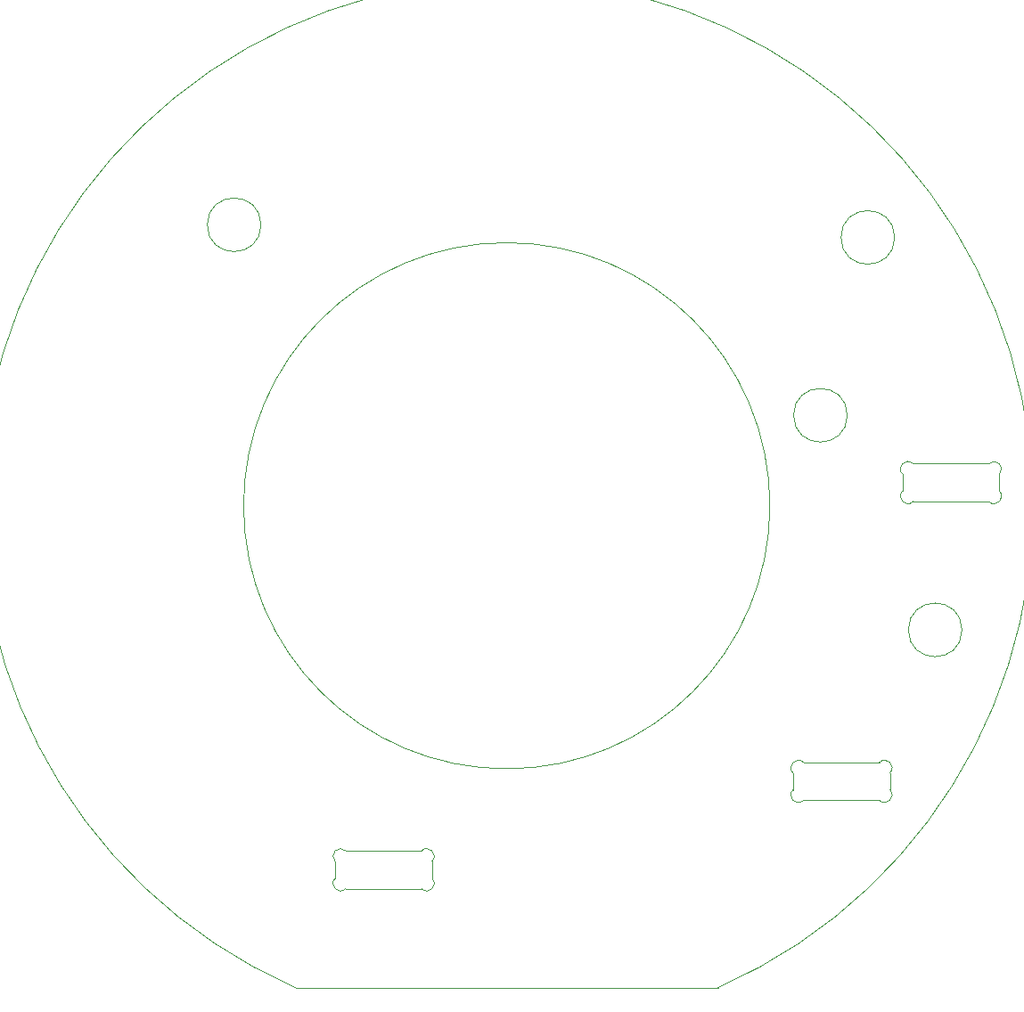
<source format=gm1>
G04 #@! TF.GenerationSoftware,KiCad,Pcbnew,5.1.5+dfsg1-2build2*
G04 #@! TF.CreationDate,2020-08-12T20:41:45+02:00*
G04 #@! TF.ProjectId,camera-flash,63616d65-7261-42d6-966c-6173682e6b69,rev?*
G04 #@! TF.SameCoordinates,Original*
G04 #@! TF.FileFunction,Profile,NP*
%FSLAX46Y46*%
G04 Gerber Fmt 4.6, Leading zero omitted, Abs format (unit mm)*
G04 Created by KiCad (PCBNEW 5.1.5+dfsg1-2build2) date 2020-08-12 20:41:45*
%MOMM*%
%LPD*%
G04 APERTURE LIST*
%ADD10C,0.050000*%
%ADD11C,0.120000*%
G04 APERTURE END LIST*
D10*
X79940000Y-145799999D02*
G75*
G02X120059999Y-145799999I20060000J45799999D01*
G01*
X120060000Y-145800000D02*
X79940000Y-145800000D01*
X125000000Y-100000000D02*
G75*
G03X125000000Y-100000000I-25000000J0D01*
G01*
D11*
X143250000Y-111800000D02*
G75*
G03X143250000Y-111800000I-2550000J0D01*
G01*
X132350000Y-91400000D02*
G75*
G03X132350000Y-91400000I-2550000J0D01*
G01*
X76650000Y-73300000D02*
G75*
G03X76650000Y-73300000I-2550000J0D01*
G01*
X136850000Y-74500000D02*
G75*
G03X136850000Y-74500000I-2550000J0D01*
G01*
X146799998Y-96999998D02*
G75*
G03X145800000Y-96000000I-499999J499999D01*
G01*
X145800002Y-99599998D02*
G75*
G03X146800000Y-98600000I499999J499999D01*
G01*
X137600002Y-98600002D02*
G75*
G03X138600000Y-99600000I499999J-499999D01*
G01*
X138599999Y-96000001D02*
G75*
G03X137600001Y-96999999I-499999J-499999D01*
G01*
X146800000Y-98600000D02*
X146799998Y-96999998D01*
X138600000Y-96000000D02*
X145800000Y-96000000D01*
X137600002Y-98600002D02*
X137600001Y-96999999D01*
X145800002Y-99599998D02*
X138600000Y-99600000D01*
X127200002Y-127000002D02*
G75*
G03X128200000Y-128000000I499999J-499999D01*
G01*
X128199998Y-124400002D02*
G75*
G03X127200000Y-125400000I-499999J-499999D01*
G01*
X136399998Y-125399998D02*
G75*
G03X135400000Y-124400000I-499999J499999D01*
G01*
X135400001Y-127999999D02*
G75*
G03X136399999Y-127000001I499999J499999D01*
G01*
X127200000Y-125400000D02*
X127200002Y-127000002D01*
X135400000Y-128000000D02*
X128200000Y-128000000D01*
X136399998Y-125399998D02*
X136399999Y-127000001D01*
X128199998Y-124400002D02*
X135400000Y-124400000D01*
X92899998Y-133799998D02*
G75*
G03X91900000Y-132800000I-499999J499999D01*
G01*
X91900002Y-136399998D02*
G75*
G03X92900000Y-135400000I499999J499999D01*
G01*
X83700002Y-135400002D02*
G75*
G03X84700000Y-136400000I499999J-499999D01*
G01*
X84699999Y-132800001D02*
G75*
G03X83700001Y-133799999I-499999J-499999D01*
G01*
X92900000Y-135400000D02*
X92899998Y-133799998D01*
X84700000Y-132800000D02*
X91900000Y-132800000D01*
X83700002Y-135400002D02*
X83700001Y-133799999D01*
X91900002Y-136399998D02*
X84700000Y-136400000D01*
M02*

</source>
